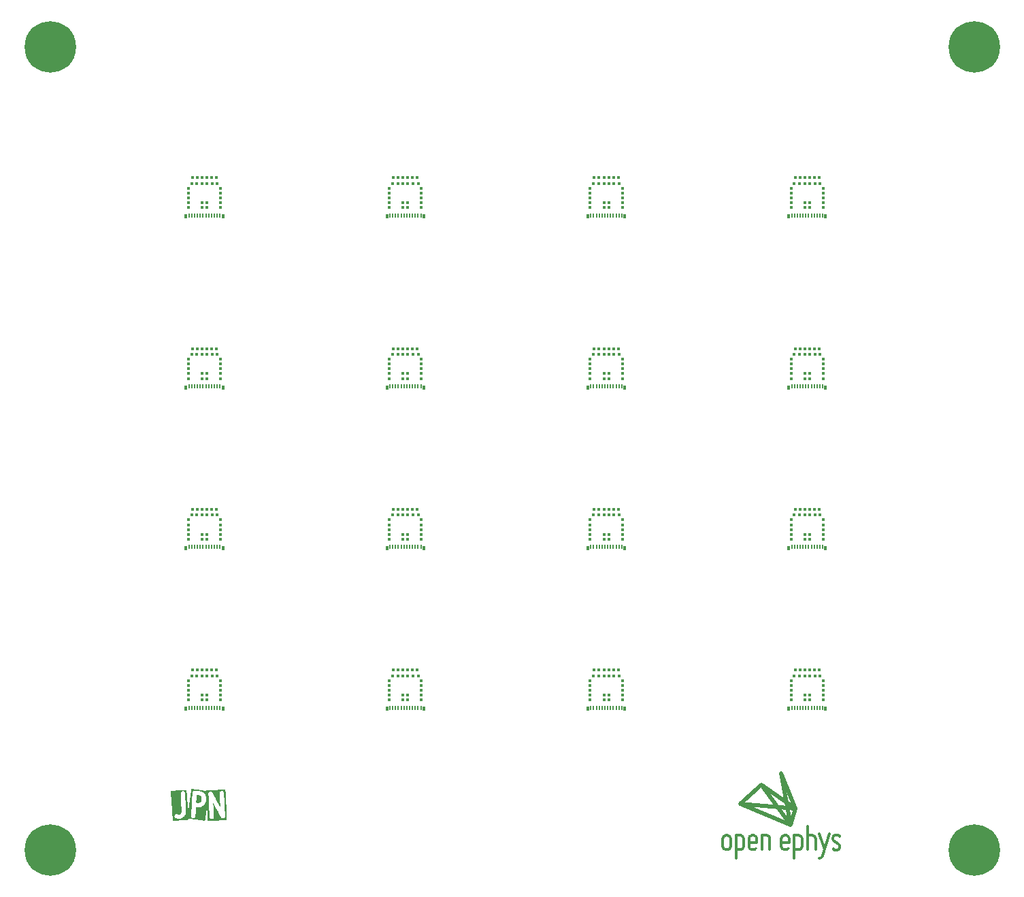
<source format=gbr>
%TF.GenerationSoftware,KiCad,Pcbnew,(6.0.0)*%
%TF.CreationDate,2022-03-28T07:48:23-07:00*%
%TF.ProjectId,pupdrive-eib24_panel,70757064-7269-4766-952d-65696232345f,A*%
%TF.SameCoordinates,Original*%
%TF.FileFunction,Soldermask,Top*%
%TF.FilePolarity,Negative*%
%FSLAX46Y46*%
G04 Gerber Fmt 4.6, Leading zero omitted, Abs format (unit mm)*
G04 Created by KiCad (PCBNEW (6.0.0)) date 2022-03-28 07:48:23*
%MOMM*%
%LPD*%
G01*
G04 APERTURE LIST*
G04 Aperture macros list*
%AMRoundRect*
0 Rectangle with rounded corners*
0 $1 Rounding radius*
0 $2 $3 $4 $5 $6 $7 $8 $9 X,Y pos of 4 corners*
0 Add a 4 corners polygon primitive as box body*
4,1,4,$2,$3,$4,$5,$6,$7,$8,$9,$2,$3,0*
0 Add four circle primitives for the rounded corners*
1,1,$1+$1,$2,$3*
1,1,$1+$1,$4,$5*
1,1,$1+$1,$6,$7*
1,1,$1+$1,$8,$9*
0 Add four rect primitives between the rounded corners*
20,1,$1+$1,$2,$3,$4,$5,0*
20,1,$1+$1,$4,$5,$6,$7,0*
20,1,$1+$1,$6,$7,$8,$9,0*
20,1,$1+$1,$8,$9,$2,$3,0*%
G04 Aperture macros list end*
%ADD10C,0.360000*%
%ADD11C,0.550000*%
%ADD12C,0.420000*%
%ADD13RoundRect,0.008000X0.072000X0.212000X-0.072000X0.212000X-0.072000X-0.212000X0.072000X-0.212000X0*%
%ADD14RoundRect,0.010500X0.094500X0.229500X-0.094500X0.229500X-0.094500X-0.229500X0.094500X-0.229500X0*%
%ADD15C,6.400000*%
G04 APERTURE END LIST*
D10*
%TO.C,*%
X167460000Y-139297500D02*
X167460000Y-139777500D01*
D11*
X161420000Y-134977500D02*
X164020000Y-132577500D01*
D10*
X164100000Y-138897500D02*
X164100000Y-140657500D01*
X167100000Y-138897500D02*
X166860000Y-138897500D01*
X173160000Y-140717500D02*
X173080000Y-140677500D01*
X161800000Y-140297500D02*
X161800000Y-139257500D01*
D11*
X167620000Y-137577500D02*
X168220000Y-135577500D01*
D10*
X160840000Y-138897500D02*
X160840000Y-140657500D01*
X162460000Y-139257500D02*
X162460000Y-140297500D01*
X170760000Y-140657500D02*
X170740000Y-139257500D01*
X160170000Y-140297500D02*
X160170000Y-139257500D01*
X172940000Y-140557500D02*
X172940000Y-140517500D01*
D11*
X167620000Y-137577500D02*
X161420000Y-134977500D01*
D10*
X162580000Y-139777500D02*
X163420000Y-139777500D01*
X173180000Y-140717500D02*
X173420000Y-140717500D01*
X166860000Y-140657500D02*
X167220000Y-140657500D01*
X168100000Y-140657500D02*
X168700000Y-140657500D01*
X164700000Y-138897500D02*
X164100000Y-138897500D01*
D11*
X167620000Y-137577500D02*
X166420000Y-131177500D01*
D10*
X173780000Y-140337500D02*
X173780000Y-140237500D01*
X173780000Y-140237500D02*
X173760000Y-140137500D01*
D11*
X168220000Y-135577500D02*
X164020000Y-132577500D01*
X161420000Y-134977500D02*
X168220000Y-135577500D01*
D10*
X172920000Y-139397500D02*
X173000000Y-139517500D01*
X163060000Y-138897500D02*
X162820000Y-138897500D01*
X171620000Y-141457500D02*
X171480000Y-141657500D01*
X161440000Y-138897500D02*
X160840000Y-138897500D01*
X160840000Y-140657500D02*
X161440000Y-140657500D01*
X170380000Y-138897500D02*
X169920000Y-138897500D01*
X172980000Y-140617500D02*
X172940000Y-140557500D01*
X160840000Y-140677500D02*
X160840000Y-141717500D01*
X169780000Y-140637500D02*
X169780000Y-137797500D01*
X173080000Y-140677500D02*
X172980000Y-140617500D01*
X171200000Y-138717500D02*
X171860000Y-140637500D01*
X173600000Y-138857500D02*
X173700000Y-138917500D01*
X173760000Y-140137500D02*
X173580000Y-139957500D01*
X173700000Y-138917500D02*
X173740000Y-138977500D01*
X168100000Y-138897500D02*
X168100000Y-140657500D01*
X162820000Y-140657500D02*
X163180000Y-140657500D01*
X159220000Y-139257500D02*
X159220000Y-140297500D01*
X173000000Y-139517500D02*
X173320000Y-139757500D01*
X168700000Y-138897500D02*
X168100000Y-138897500D01*
X171480000Y-141657500D02*
X171300000Y-141697500D01*
X172480000Y-138717500D02*
X171640000Y-141417500D01*
X159610000Y-138897500D02*
X159810000Y-138897500D01*
X171300000Y-141697500D02*
X171200000Y-141697500D01*
X165060000Y-140657500D02*
X165060000Y-139257500D01*
X168100000Y-140677500D02*
X168100000Y-141717500D01*
X173740000Y-138977500D02*
X173740000Y-139017500D01*
X166500000Y-139257500D02*
X166500000Y-140297500D01*
X163420000Y-139297500D02*
X163420000Y-139777500D01*
X172900000Y-139297500D02*
X172920000Y-139397500D01*
D11*
X166420000Y-131177500D02*
X168220000Y-135577500D01*
X164020000Y-132577500D02*
X167620000Y-137577500D01*
D10*
X173580000Y-139957500D02*
X173260000Y-139717500D01*
X173520000Y-138817500D02*
X173600000Y-138857500D01*
X159780000Y-140657500D02*
X159590000Y-140657500D01*
X169060000Y-140297500D02*
X169060000Y-139257500D01*
X166620000Y-139777500D02*
X167460000Y-139777500D01*
X173500000Y-138817500D02*
X173260000Y-138817500D01*
X172900000Y-139197500D02*
X172900000Y-139297500D01*
X161440000Y-140657500D02*
G75*
G03*
X161800000Y-140297500I-2J360002D01*
G01*
X160170000Y-139257500D02*
G75*
G03*
X159810000Y-138897500I-360002J-2D01*
G01*
X159220000Y-140297500D02*
G75*
G03*
X159580000Y-140657500I360002J2D01*
G01*
X166500000Y-140297500D02*
G75*
G03*
X166860000Y-140657500I360002J2D01*
G01*
X162460000Y-140297500D02*
G75*
G03*
X162820000Y-140657500I360002J2D01*
G01*
X167460000Y-139257500D02*
G75*
G03*
X167100000Y-138897500I-360002J-2D01*
G01*
X162820000Y-138897500D02*
G75*
G03*
X162460000Y-139257500I2J-360002D01*
G01*
X173260000Y-138817500D02*
G75*
G03*
X172900000Y-139177500I2J-360002D01*
G01*
X169060000Y-139257500D02*
G75*
G03*
X168700000Y-138897500I-360002J-2D01*
G01*
X161800000Y-139257500D02*
G75*
G03*
X161440000Y-138897500I-360002J-2D01*
G01*
X159810000Y-140657500D02*
G75*
G03*
X160170000Y-140297500I-2J360002D01*
G01*
X159580000Y-138897500D02*
G75*
G03*
X159220000Y-139257500I2J-360002D01*
G01*
X166860000Y-138897500D02*
G75*
G03*
X166500000Y-139257500I2J-360002D01*
G01*
X163420000Y-139257500D02*
G75*
G03*
X163060000Y-138897500I-360002J-2D01*
G01*
X168700000Y-140657500D02*
G75*
G03*
X169060000Y-140297500I-2J360002D01*
G01*
X173420000Y-140717500D02*
G75*
G03*
X173780000Y-140357500I-2J360002D01*
G01*
X167220000Y-140657500D02*
G75*
G03*
X167360000Y-140517500I0J140000D01*
G01*
X165060000Y-139257500D02*
G75*
G03*
X164700000Y-138897500I-360002J-2D01*
G01*
X170740000Y-139257500D02*
G75*
G03*
X170380000Y-138897500I-360002J-2D01*
G01*
X163180000Y-140657500D02*
G75*
G03*
X163320000Y-140517500I0J140000D01*
G01*
%TO.C,G\u002A\u002A\u002A*%
G36*
X90710990Y-136229949D02*
G01*
X90698361Y-136061353D01*
X90685193Y-135884582D01*
X90671619Y-135701444D01*
X90657769Y-135513745D01*
X90643777Y-135323291D01*
X90629774Y-135131889D01*
X90615894Y-134941344D01*
X90602266Y-134753464D01*
X90589025Y-134570054D01*
X90576302Y-134392922D01*
X90564230Y-134223873D01*
X90552939Y-134064715D01*
X90542563Y-133917252D01*
X90533234Y-133783293D01*
X90525083Y-133664642D01*
X90518244Y-133563107D01*
X90512847Y-133480494D01*
X90509026Y-133418610D01*
X90506912Y-133379260D01*
X90506637Y-133364251D01*
X90506678Y-133364168D01*
X90521461Y-133361267D01*
X90559906Y-133356919D01*
X90619521Y-133351298D01*
X90697815Y-133344574D01*
X90792295Y-133336920D01*
X90900468Y-133328509D01*
X91019843Y-133319511D01*
X91147928Y-133310100D01*
X91282230Y-133300448D01*
X91420257Y-133290726D01*
X91559517Y-133281106D01*
X91697517Y-133271762D01*
X91831766Y-133262864D01*
X91959772Y-133254585D01*
X92079042Y-133247097D01*
X92187083Y-133240573D01*
X92281405Y-133235183D01*
X92359514Y-133231101D01*
X92418919Y-133228499D01*
X92457127Y-133227548D01*
X92471646Y-133228420D01*
X92471685Y-133228468D01*
X92473794Y-133243228D01*
X92477648Y-133282485D01*
X92483111Y-133344482D01*
X92490044Y-133427464D01*
X92498309Y-133529673D01*
X92507768Y-133649353D01*
X92518284Y-133784748D01*
X92529719Y-133934101D01*
X92541935Y-134095655D01*
X92554794Y-134267654D01*
X92568158Y-134448342D01*
X92578703Y-134592242D01*
X92592332Y-134778082D01*
X92605537Y-134956356D01*
X92618180Y-135125330D01*
X92630127Y-135283271D01*
X92641243Y-135428446D01*
X92651391Y-135559123D01*
X92660437Y-135673567D01*
X92668245Y-135770047D01*
X92674679Y-135846829D01*
X92679605Y-135902180D01*
X92682886Y-135934368D01*
X92684220Y-135942280D01*
X92686901Y-135929518D01*
X92692883Y-135892348D01*
X92701928Y-135832447D01*
X92713800Y-135751488D01*
X92728260Y-135651146D01*
X92745071Y-135533097D01*
X92763996Y-135399016D01*
X92784798Y-135250578D01*
X92807240Y-135089458D01*
X92831084Y-134917330D01*
X92856093Y-134735870D01*
X92882029Y-134546753D01*
X92884957Y-134525344D01*
X92910959Y-134335399D01*
X92936003Y-134152865D01*
X92959856Y-133979422D01*
X92982283Y-133816752D01*
X93003052Y-133666535D01*
X93021928Y-133530452D01*
X93038679Y-133410183D01*
X93053069Y-133307410D01*
X93064867Y-133223812D01*
X93073838Y-133161072D01*
X93079748Y-133120868D01*
X93082364Y-133104883D01*
X93082440Y-133104676D01*
X93095762Y-133105792D01*
X93133055Y-133110227D01*
X93192216Y-133117702D01*
X93271141Y-133127939D01*
X93367728Y-133140660D01*
X93479872Y-133155586D01*
X93605470Y-133172440D01*
X93742419Y-133190944D01*
X93888616Y-133210819D01*
X93993837Y-133225195D01*
X94145816Y-133245956D01*
X94290469Y-133265634D01*
X94425634Y-133283938D01*
X94549147Y-133300581D01*
X94658844Y-133315272D01*
X94752563Y-133327724D01*
X94828140Y-133337646D01*
X94883411Y-133344750D01*
X94916214Y-133348746D01*
X94924534Y-133349542D01*
X94943643Y-133339118D01*
X94947565Y-133319517D01*
X94947565Y-133289397D01*
X96127888Y-133233789D01*
X96301769Y-133225710D01*
X96468111Y-133218204D01*
X96625038Y-133211341D01*
X96770677Y-133205194D01*
X96903152Y-133199834D01*
X97020588Y-133195333D01*
X97121112Y-133191764D01*
X97202847Y-133189197D01*
X97263920Y-133187705D01*
X97302455Y-133187360D01*
X97316578Y-133188233D01*
X97316580Y-133188235D01*
X97318009Y-133202083D01*
X97320553Y-133240407D01*
X97324126Y-133301415D01*
X97328642Y-133383319D01*
X97334016Y-133484329D01*
X97340162Y-133602654D01*
X97346995Y-133736505D01*
X97354430Y-133884092D01*
X97362381Y-134043626D01*
X97370763Y-134213315D01*
X97379489Y-134391371D01*
X97388476Y-134576004D01*
X97397637Y-134765424D01*
X97406887Y-134957841D01*
X97416140Y-135151464D01*
X97425311Y-135344505D01*
X97434315Y-135535174D01*
X97443066Y-135721680D01*
X97451478Y-135902233D01*
X97459467Y-136075045D01*
X97466946Y-136238325D01*
X97473831Y-136390283D01*
X97480036Y-136529129D01*
X97485475Y-136653074D01*
X97490063Y-136760327D01*
X97493714Y-136849099D01*
X97496344Y-136917601D01*
X97497866Y-136964041D01*
X97498196Y-136986631D01*
X97498005Y-136988581D01*
X97484798Y-136989558D01*
X97447574Y-136991651D01*
X97388610Y-136994750D01*
X97310181Y-136998747D01*
X97214564Y-137003533D01*
X97104035Y-137009000D01*
X96980870Y-137015038D01*
X96847345Y-137021539D01*
X96705736Y-137028395D01*
X96558320Y-137035497D01*
X96407372Y-137042735D01*
X96255168Y-137050002D01*
X96103985Y-137057188D01*
X95956099Y-137064186D01*
X95813786Y-137070885D01*
X95679322Y-137077179D01*
X95554983Y-137082957D01*
X95443045Y-137088111D01*
X95345784Y-137092533D01*
X95265478Y-137096113D01*
X95204400Y-137098744D01*
X95164829Y-137100316D01*
X95149387Y-137100734D01*
X95139875Y-137087941D01*
X95131704Y-137052265D01*
X95126309Y-137005000D01*
X95124351Y-136975253D01*
X95121326Y-136921731D01*
X95117360Y-136846957D01*
X95112577Y-136753450D01*
X95107104Y-136643730D01*
X95101064Y-136520318D01*
X95094585Y-136385734D01*
X95087792Y-136242500D01*
X95080809Y-136093134D01*
X95079050Y-136055168D01*
X95072187Y-135907826D01*
X95065599Y-135768422D01*
X95059394Y-135639149D01*
X95053682Y-135522204D01*
X95048574Y-135419782D01*
X95044180Y-135334077D01*
X95040610Y-135267285D01*
X95037972Y-135221601D01*
X95036379Y-135199220D01*
X95036080Y-135197289D01*
X95033781Y-135209405D01*
X95028244Y-135245544D01*
X95019757Y-135303647D01*
X95008610Y-135381652D01*
X94995092Y-135477500D01*
X94979493Y-135589130D01*
X94962102Y-135714482D01*
X94943208Y-135851496D01*
X94923102Y-135998111D01*
X94906295Y-136121247D01*
X94885325Y-136274458D01*
X94865211Y-136420003D01*
X94846254Y-136555785D01*
X94828755Y-136679709D01*
X94813016Y-136789677D01*
X94799341Y-136883593D01*
X94788029Y-136959363D01*
X94779383Y-137014888D01*
X94773706Y-137048075D01*
X94771521Y-137057115D01*
X94757441Y-137056733D01*
X94719321Y-137052996D01*
X94659194Y-137046159D01*
X94579092Y-137036482D01*
X94481046Y-137024221D01*
X94367090Y-137009635D01*
X94239256Y-136992980D01*
X94099575Y-136974515D01*
X93950080Y-136954496D01*
X93792804Y-136933182D01*
X93779437Y-136931360D01*
X93620975Y-136909794D01*
X93469670Y-136889308D01*
X93327609Y-136870178D01*
X93196881Y-136852680D01*
X93079575Y-136837091D01*
X92977779Y-136823686D01*
X92893582Y-136812742D01*
X92829072Y-136804536D01*
X92786337Y-136799344D01*
X92767467Y-136797441D01*
X92767142Y-136797438D01*
X92750869Y-136799647D01*
X92743394Y-136810140D01*
X92742797Y-136835341D01*
X92745826Y-136868873D01*
X92753169Y-136940025D01*
X92669201Y-136948275D01*
X92624712Y-136952291D01*
X92559839Y-136957647D01*
X92477104Y-136964166D01*
X92379031Y-136971670D01*
X92268139Y-136979980D01*
X92146952Y-136988921D01*
X92017992Y-136998313D01*
X91883780Y-137007980D01*
X91746838Y-137017743D01*
X91609689Y-137027426D01*
X91474854Y-137036850D01*
X91344856Y-137045838D01*
X91222215Y-137054212D01*
X91109455Y-137061795D01*
X91009098Y-137068409D01*
X90923664Y-137073876D01*
X90855677Y-137078019D01*
X90807658Y-137080660D01*
X90782129Y-137081622D01*
X90778593Y-137081426D01*
X90776761Y-137067684D01*
X90773201Y-137029511D01*
X90768045Y-136968712D01*
X90761425Y-136887095D01*
X90753473Y-136786465D01*
X90744322Y-136668629D01*
X90734103Y-136535394D01*
X90728239Y-136458206D01*
X90973546Y-136458206D01*
X90981012Y-136534820D01*
X91005774Y-136605534D01*
X91020651Y-136630384D01*
X91059876Y-136671320D01*
X91117642Y-136712683D01*
X91186571Y-136750317D01*
X91259286Y-136780067D01*
X91312680Y-136794875D01*
X91378698Y-136803937D01*
X91460598Y-136808296D01*
X91548691Y-136808059D01*
X91633289Y-136803332D01*
X91704703Y-136794220D01*
X91723212Y-136790390D01*
X91850988Y-136748965D01*
X91967643Y-136686479D01*
X92077062Y-136600701D01*
X92111451Y-136567701D01*
X92199835Y-136465939D01*
X93065333Y-136465939D01*
X93076087Y-136555197D01*
X93107879Y-136628911D01*
X93146663Y-136675276D01*
X93210330Y-136717625D01*
X93285147Y-136740111D01*
X93363782Y-136741613D01*
X93438906Y-136721011D01*
X93440673Y-136720204D01*
X93481388Y-136697129D01*
X93516266Y-136670411D01*
X93522299Y-136664380D01*
X93537832Y-136646593D01*
X93550969Y-136628249D01*
X93562048Y-136606914D01*
X93571405Y-136580155D01*
X93579377Y-136545538D01*
X93586301Y-136500628D01*
X93592513Y-136442991D01*
X93598351Y-136370195D01*
X93604150Y-136279804D01*
X93610248Y-136169385D01*
X93616982Y-136036503D01*
X93621272Y-135948993D01*
X93649752Y-135364480D01*
X93887389Y-135371942D01*
X93980360Y-135374358D01*
X94052338Y-135374845D01*
X94108594Y-135373176D01*
X94154403Y-135369121D01*
X94195036Y-135362452D01*
X94216786Y-135357658D01*
X94357530Y-135311156D01*
X94486993Y-135242186D01*
X94602822Y-135153042D01*
X94702664Y-135046018D01*
X94784166Y-134923406D01*
X94844975Y-134787501D01*
X94863768Y-134727045D01*
X94873951Y-134675795D01*
X94882974Y-134604607D01*
X94890526Y-134519850D01*
X94896297Y-134427894D01*
X94899977Y-134335109D01*
X94901253Y-134247863D01*
X94899816Y-134172527D01*
X94895354Y-134115469D01*
X94894038Y-134106607D01*
X94857124Y-133960610D01*
X94798107Y-133825982D01*
X94719082Y-133704776D01*
X94693548Y-133676927D01*
X95208810Y-133676927D01*
X95208887Y-133716537D01*
X95209753Y-133766304D01*
X95211450Y-133827641D01*
X95214019Y-133901960D01*
X95217501Y-133990674D01*
X95221939Y-134095194D01*
X95227374Y-134216932D01*
X95233846Y-134357301D01*
X95241398Y-134517713D01*
X95250071Y-134699581D01*
X95259906Y-134904315D01*
X95270945Y-135133330D01*
X95276003Y-135238187D01*
X95287343Y-135471764D01*
X95297629Y-135680282D01*
X95306936Y-135864978D01*
X95315339Y-136027088D01*
X95322911Y-136167849D01*
X95329728Y-136288500D01*
X95335863Y-136390277D01*
X95341392Y-136474418D01*
X95346388Y-136542159D01*
X95350928Y-136594738D01*
X95355083Y-136633392D01*
X95358930Y-136659358D01*
X95362425Y-136673561D01*
X95400259Y-136741552D01*
X95455231Y-136794829D01*
X95522069Y-136830753D01*
X95595500Y-136846689D01*
X95670255Y-136839998D01*
X95685886Y-136835385D01*
X95759598Y-136797873D01*
X95819323Y-136741552D01*
X95845465Y-136701543D01*
X95860000Y-136669550D01*
X95868433Y-136636496D01*
X95871995Y-136594246D01*
X95871920Y-136534668D01*
X95871771Y-136527927D01*
X95870594Y-136491112D01*
X95868296Y-136431598D01*
X95865020Y-136352502D01*
X95860911Y-136256940D01*
X95856115Y-136148028D01*
X95850775Y-136028883D01*
X95845037Y-135902620D01*
X95839045Y-135772357D01*
X95832944Y-135641209D01*
X95826879Y-135512293D01*
X95820994Y-135388725D01*
X95815435Y-135273621D01*
X95810346Y-135170097D01*
X95805871Y-135081270D01*
X95802156Y-135010257D01*
X95799345Y-134960172D01*
X95797959Y-134938777D01*
X95796633Y-134899570D01*
X95798905Y-134874787D01*
X95803121Y-134869761D01*
X95813353Y-134883463D01*
X95832784Y-134915462D01*
X95858448Y-134960712D01*
X95882333Y-135004663D01*
X95901195Y-135039704D01*
X95931343Y-135095322D01*
X95971410Y-135169011D01*
X96020032Y-135258268D01*
X96075841Y-135360587D01*
X96137472Y-135473463D01*
X96203559Y-135594392D01*
X96272736Y-135720870D01*
X96332697Y-135830415D01*
X96402507Y-135957910D01*
X96469689Y-136080611D01*
X96532976Y-136196206D01*
X96591104Y-136302383D01*
X96642807Y-136396831D01*
X96686820Y-136477238D01*
X96721877Y-136541293D01*
X96746713Y-136586684D01*
X96759391Y-136609870D01*
X96813594Y-136689445D01*
X96875651Y-136743939D01*
X96945746Y-136773448D01*
X97024059Y-136778071D01*
X97063445Y-136771744D01*
X97132248Y-136744507D01*
X97193397Y-136698413D01*
X97240029Y-136639659D01*
X97260541Y-136593731D01*
X97262910Y-136581740D01*
X97264608Y-136562424D01*
X97265586Y-136534418D01*
X97265794Y-136496360D01*
X97265182Y-136446886D01*
X97263701Y-136384632D01*
X97261300Y-136308236D01*
X97257931Y-136216334D01*
X97253543Y-136107562D01*
X97248086Y-135980558D01*
X97241512Y-135833957D01*
X97233770Y-135666396D01*
X97224811Y-135476513D01*
X97214584Y-135262943D01*
X97204174Y-135047675D01*
X97192965Y-134817083D01*
X97182907Y-134611309D01*
X97173905Y-134428878D01*
X97165865Y-134268317D01*
X97158691Y-134128151D01*
X97152289Y-134006907D01*
X97146563Y-133903110D01*
X97141419Y-133815287D01*
X97136761Y-133741963D01*
X97132495Y-133681664D01*
X97128525Y-133632917D01*
X97124757Y-133594247D01*
X97121096Y-133564179D01*
X97117446Y-133541241D01*
X97113712Y-133523959D01*
X97109801Y-133510857D01*
X97105616Y-133500462D01*
X97104294Y-133497654D01*
X97059522Y-133433482D01*
X96998553Y-133386267D01*
X96926906Y-133358098D01*
X96850104Y-133351063D01*
X96773666Y-133367249D01*
X96766778Y-133370006D01*
X96699608Y-133407911D01*
X96651642Y-133458840D01*
X96621366Y-133525479D01*
X96607270Y-133610513D01*
X96605803Y-133655964D01*
X96606435Y-133687969D01*
X96608238Y-133743184D01*
X96611072Y-133818534D01*
X96614795Y-133910941D01*
X96619267Y-134017327D01*
X96624347Y-134134616D01*
X96629896Y-134259731D01*
X96635771Y-134389593D01*
X96641834Y-134521126D01*
X96647943Y-134651253D01*
X96653957Y-134776897D01*
X96659736Y-134894980D01*
X96665140Y-135002425D01*
X96670027Y-135096155D01*
X96674258Y-135173092D01*
X96677692Y-135230161D01*
X96677786Y-135231606D01*
X96680924Y-135284990D01*
X96681361Y-135315928D01*
X96678514Y-135328208D01*
X96671798Y-135325621D01*
X96664605Y-135317150D01*
X96660774Y-135312190D01*
X96656764Y-135306644D01*
X96651780Y-135299065D01*
X96645027Y-135288007D01*
X96635710Y-135272022D01*
X96623036Y-135249663D01*
X96606208Y-135219483D01*
X96584433Y-135180034D01*
X96556915Y-135129869D01*
X96522860Y-135067541D01*
X96481473Y-134991602D01*
X96431960Y-134900606D01*
X96373525Y-134793106D01*
X96305374Y-134667653D01*
X96226712Y-134522801D01*
X96136745Y-134357102D01*
X96079214Y-134251140D01*
X96009884Y-134123842D01*
X95943453Y-134002631D01*
X95881110Y-133889629D01*
X95824049Y-133786961D01*
X95773460Y-133696750D01*
X95730533Y-133621120D01*
X95696462Y-133562195D01*
X95672436Y-133522099D01*
X95659647Y-133502954D01*
X95659351Y-133502615D01*
X95613600Y-133464276D01*
X95556770Y-133434067D01*
X95500079Y-133417434D01*
X95480570Y-133415803D01*
X95400601Y-133427752D01*
X95325969Y-133461872D01*
X95263299Y-133514254D01*
X95226889Y-133565451D01*
X95222602Y-133573498D01*
X95218814Y-133581818D01*
X95215566Y-133591822D01*
X95212901Y-133604923D01*
X95210858Y-133622532D01*
X95209481Y-133646063D01*
X95208810Y-133676927D01*
X94693548Y-133676927D01*
X94622142Y-133599047D01*
X94509380Y-133510847D01*
X94382891Y-133442232D01*
X94244769Y-133395255D01*
X94150694Y-133377422D01*
X94085217Y-133370102D01*
X94005610Y-133363383D01*
X93916312Y-133357422D01*
X93821766Y-133352376D01*
X93726413Y-133348402D01*
X93634693Y-133345657D01*
X93551049Y-133344299D01*
X93479921Y-133344484D01*
X93425751Y-133346370D01*
X93392979Y-133350114D01*
X93391218Y-133350551D01*
X93336048Y-133376062D01*
X93282972Y-133418620D01*
X93239660Y-133470609D01*
X93213784Y-133524413D01*
X93212953Y-133527532D01*
X93210863Y-133546258D01*
X93207653Y-133589196D01*
X93203428Y-133654265D01*
X93198294Y-133739383D01*
X93192355Y-133842469D01*
X93185715Y-133961443D01*
X93178478Y-134094222D01*
X93170750Y-134238726D01*
X93162635Y-134392875D01*
X93154237Y-134554586D01*
X93145661Y-134721778D01*
X93137012Y-134892371D01*
X93128393Y-135064283D01*
X93119911Y-135235433D01*
X93111668Y-135403740D01*
X93103771Y-135567123D01*
X93096322Y-135723501D01*
X93089428Y-135870793D01*
X93083192Y-136006917D01*
X93077719Y-136129793D01*
X93073113Y-136237338D01*
X93069479Y-136327473D01*
X93066922Y-136398116D01*
X93065546Y-136447186D01*
X93065333Y-136465939D01*
X92199835Y-136465939D01*
X92215499Y-136447904D01*
X92293911Y-136322737D01*
X92346910Y-136191745D01*
X92374717Y-136054471D01*
X92377590Y-136021706D01*
X92378253Y-135991446D01*
X92377903Y-135938028D01*
X92376625Y-135863762D01*
X92374503Y-135770956D01*
X92371621Y-135661919D01*
X92368065Y-135538959D01*
X92363919Y-135404386D01*
X92359266Y-135260508D01*
X92354193Y-135109634D01*
X92348782Y-134954073D01*
X92343119Y-134796133D01*
X92337289Y-134638124D01*
X92331375Y-134482354D01*
X92325462Y-134331131D01*
X92319635Y-134186765D01*
X92313978Y-134051564D01*
X92308576Y-133927838D01*
X92303512Y-133817894D01*
X92298873Y-133724042D01*
X92294742Y-133648590D01*
X92291203Y-133593848D01*
X92288342Y-133562123D01*
X92287350Y-133556171D01*
X92261676Y-133499648D01*
X92217744Y-133445405D01*
X92163000Y-133401397D01*
X92123929Y-133381579D01*
X92046236Y-133365065D01*
X91969201Y-133372445D01*
X91897964Y-133401679D01*
X91837665Y-133450724D01*
X91796192Y-133511748D01*
X91761934Y-133581769D01*
X91801794Y-134660029D01*
X91809858Y-134878238D01*
X91816979Y-135071715D01*
X91823181Y-135242032D01*
X91828486Y-135390763D01*
X91832918Y-135519478D01*
X91836499Y-135629750D01*
X91839253Y-135723151D01*
X91841202Y-135801253D01*
X91842370Y-135865629D01*
X91842779Y-135917849D01*
X91842453Y-135959487D01*
X91841415Y-135992114D01*
X91839688Y-136017303D01*
X91837294Y-136036625D01*
X91834257Y-136051653D01*
X91830600Y-136063959D01*
X91826346Y-136075114D01*
X91822651Y-136083972D01*
X91798938Y-136124820D01*
X91763565Y-136168817D01*
X91739295Y-136192802D01*
X91660923Y-136245565D01*
X91575199Y-136274235D01*
X91485888Y-136278325D01*
X91396750Y-136257350D01*
X91361604Y-136241637D01*
X91303482Y-136222049D01*
X91236331Y-136214694D01*
X91171167Y-136219864D01*
X91123604Y-136235319D01*
X91071216Y-136271515D01*
X91024443Y-136319643D01*
X90991487Y-136370739D01*
X90985006Y-136386831D01*
X90973546Y-136458206D01*
X90728239Y-136458206D01*
X90722948Y-136388565D01*
X90710990Y-136229949D01*
G37*
G36*
X93923956Y-133894323D02*
G01*
X94014197Y-133901435D01*
X94114324Y-133916034D01*
X94193416Y-133941428D01*
X94255394Y-133980052D01*
X94304182Y-134034343D01*
X94343247Y-134105706D01*
X94354236Y-134132266D01*
X94361704Y-134157199D01*
X94366035Y-134185752D01*
X94367612Y-134223172D01*
X94366819Y-134274706D01*
X94364039Y-134345602D01*
X94362799Y-134373087D01*
X94355571Y-134484205D01*
X94344170Y-134572861D01*
X94327061Y-134642782D01*
X94302711Y-134697692D01*
X94269587Y-134741319D01*
X94226154Y-134777388D01*
X94186500Y-134801391D01*
X94144929Y-134820495D01*
X94098996Y-134833523D01*
X94043893Y-134840980D01*
X93974814Y-134843371D01*
X93886952Y-134841200D01*
X93833277Y-134838495D01*
X93774012Y-134834624D01*
X93725225Y-134830438D01*
X93692425Y-134826474D01*
X93681183Y-134823627D01*
X93680886Y-134809826D01*
X93681795Y-134773126D01*
X93683755Y-134716916D01*
X93686614Y-134644582D01*
X93690219Y-134559514D01*
X93694416Y-134465097D01*
X93699052Y-134364721D01*
X93703975Y-134261773D01*
X93709032Y-134159640D01*
X93714068Y-134061711D01*
X93718932Y-133971373D01*
X93722664Y-133905674D01*
X93736191Y-133895869D01*
X93774801Y-133890701D01*
X93837666Y-133890182D01*
X93923956Y-133894323D01*
G37*
%TD*%
D12*
%TO.C,TP19*%
X143757107Y-79007107D03*
%TD*%
%TO.C,TP7*%
X170607107Y-98307107D03*
%TD*%
%TO.C,TP6*%
X121307107Y-79007107D03*
%TD*%
%TO.C,TP26*%
X117707107Y-102007107D03*
%TD*%
%TO.C,TP2*%
X121707107Y-100807107D03*
%TD*%
%TO.C,TP16*%
X119407107Y-101407107D03*
%TD*%
%TO.C,TP20*%
X117707107Y-80207107D03*
%TD*%
%TO.C,TP9*%
X95657107Y-79007107D03*
%TD*%
%TO.C,TP7*%
X170607107Y-118307107D03*
%TD*%
%TO.C,TP18*%
X92707107Y-58307107D03*
%TD*%
%TO.C,TP16*%
X94407107Y-81407107D03*
%TD*%
%TO.C,TP9*%
X170657107Y-99007107D03*
%TD*%
%TO.C,TP3*%
X146707107Y-120207107D03*
%TD*%
D13*
%TO.C,J1*%
X171632107Y-82997107D03*
X171282107Y-82997107D03*
X170932107Y-82997107D03*
X170582107Y-82997107D03*
X170232107Y-82997107D03*
X169882107Y-82997107D03*
X169532107Y-82997107D03*
X169182107Y-82997107D03*
X168832107Y-82997107D03*
X168482107Y-82997107D03*
X168132107Y-82997107D03*
X167782107Y-82997107D03*
D14*
X172007107Y-83142107D03*
X167407107Y-83142107D03*
%TD*%
D12*
%TO.C,TP15*%
X119407107Y-57707107D03*
%TD*%
%TO.C,TP7*%
X95607107Y-118307107D03*
%TD*%
%TO.C,TP26*%
X92707107Y-122007107D03*
%TD*%
%TO.C,TP19*%
X168757107Y-79007107D03*
%TD*%
%TO.C,TP15*%
X94407107Y-119007107D03*
%TD*%
%TO.C,TP1*%
X146707107Y-81407107D03*
%TD*%
%TO.C,TP8*%
X96707107Y-119607107D03*
%TD*%
%TO.C,TP9*%
X120657107Y-79007107D03*
%TD*%
%TO.C,TP24*%
X92707107Y-121407107D03*
%TD*%
%TO.C,TP2*%
X171707107Y-120807107D03*
%TD*%
%TO.C,TP4*%
X121707107Y-102007107D03*
%TD*%
%TO.C,TP20*%
X167707107Y-120207107D03*
%TD*%
%TO.C,TP22*%
X117707107Y-80807107D03*
%TD*%
%TO.C,TP4*%
X146707107Y-60707107D03*
%TD*%
%TO.C,TP3*%
X146707107Y-100207107D03*
%TD*%
%TO.C,TP4*%
X146707107Y-122007107D03*
%TD*%
%TO.C,TP18*%
X92707107Y-79607107D03*
%TD*%
%TO.C,TP26*%
X167707107Y-82007107D03*
%TD*%
%TO.C,TP9*%
X145657107Y-99007107D03*
%TD*%
%TO.C,TP2*%
X171707107Y-59507107D03*
%TD*%
%TO.C,TP14*%
X144407107Y-60707107D03*
%TD*%
%TO.C,TP1*%
X121707107Y-60107107D03*
%TD*%
%TO.C,TP13*%
X120007107Y-119007107D03*
%TD*%
D15*
%TO.C,REF\u002A\u002A*%
X75500000Y-140700000D03*
%TD*%
D12*
%TO.C,TP21*%
X143807107Y-57007107D03*
%TD*%
%TO.C,TP15*%
X94407107Y-99007107D03*
%TD*%
%TO.C,TP1*%
X171707107Y-60107107D03*
%TD*%
D15*
%TO.C,REF\u002A\u002A*%
X75500000Y-40700000D03*
%TD*%
D12*
%TO.C,TP12*%
X145007107Y-82007107D03*
%TD*%
%TO.C,TP5*%
X121207107Y-118307107D03*
%TD*%
%TO.C,TP18*%
X117707107Y-58307107D03*
%TD*%
%TO.C,TP10*%
X120007107Y-60107107D03*
%TD*%
%TO.C,TP7*%
X170607107Y-78307107D03*
%TD*%
%TO.C,TP22*%
X92707107Y-100807107D03*
%TD*%
%TO.C,TP19*%
X93757107Y-99007107D03*
%TD*%
%TO.C,TP8*%
X96707107Y-79607107D03*
%TD*%
%TO.C,TP5*%
X146207107Y-57007107D03*
%TD*%
%TO.C,TP19*%
X93757107Y-57707107D03*
%TD*%
%TO.C,TP12*%
X120007107Y-122007107D03*
%TD*%
%TO.C,TP21*%
X143807107Y-98307107D03*
%TD*%
%TO.C,TP1*%
X96707107Y-121407107D03*
%TD*%
%TO.C,TP16*%
X119407107Y-60107107D03*
%TD*%
%TO.C,TP10*%
X145007107Y-101407107D03*
%TD*%
%TO.C,TP1*%
X146707107Y-121407107D03*
%TD*%
%TO.C,TP15*%
X94407107Y-57707107D03*
%TD*%
%TO.C,TP1*%
X121707107Y-101407107D03*
%TD*%
%TO.C,TP9*%
X120657107Y-119007107D03*
%TD*%
%TO.C,TP5*%
X96207107Y-118307107D03*
%TD*%
%TO.C,TP15*%
X144407107Y-99007107D03*
%TD*%
%TO.C,TP5*%
X146207107Y-98307107D03*
%TD*%
%TO.C,TP13*%
X170007107Y-119007107D03*
%TD*%
D13*
%TO.C,J1*%
X121632107Y-61697107D03*
X121282107Y-61697107D03*
X120932107Y-61697107D03*
X120582107Y-61697107D03*
X120232107Y-61697107D03*
X119882107Y-61697107D03*
X119532107Y-61697107D03*
X119182107Y-61697107D03*
X118832107Y-61697107D03*
X118482107Y-61697107D03*
X118132107Y-61697107D03*
X117782107Y-61697107D03*
D14*
X122007107Y-61842107D03*
X117407107Y-61842107D03*
%TD*%
D12*
%TO.C,TP24*%
X167707107Y-101407107D03*
%TD*%
%TO.C,TP20*%
X167707107Y-80207107D03*
%TD*%
%TO.C,TP6*%
X171307107Y-79007107D03*
%TD*%
%TO.C,TP9*%
X170657107Y-57707107D03*
%TD*%
%TO.C,TP24*%
X142707107Y-101407107D03*
%TD*%
%TO.C,TP16*%
X169407107Y-81407107D03*
%TD*%
%TO.C,TP4*%
X171707107Y-122007107D03*
%TD*%
%TO.C,TP3*%
X171707107Y-120207107D03*
%TD*%
%TO.C,TP26*%
X167707107Y-122007107D03*
%TD*%
%TO.C,TP13*%
X95007107Y-119007107D03*
%TD*%
%TO.C,TP23*%
X143107107Y-99007107D03*
%TD*%
%TO.C,TP14*%
X119407107Y-122007107D03*
%TD*%
%TO.C,TP20*%
X92707107Y-58907107D03*
%TD*%
%TO.C,TP12*%
X95007107Y-122007107D03*
%TD*%
%TO.C,TP21*%
X168807107Y-98307107D03*
%TD*%
%TO.C,TP12*%
X95007107Y-60707107D03*
%TD*%
%TO.C,TP4*%
X171707107Y-102007107D03*
%TD*%
%TO.C,TP21*%
X118807107Y-98307107D03*
%TD*%
%TO.C,TP1*%
X96707107Y-60107107D03*
%TD*%
%TO.C,TP8*%
X146707107Y-58307107D03*
%TD*%
D13*
%TO.C,J1*%
X146632107Y-122997107D03*
X146282107Y-122997107D03*
X145932107Y-122997107D03*
X145582107Y-122997107D03*
X145232107Y-122997107D03*
X144882107Y-122997107D03*
X144532107Y-122997107D03*
X144182107Y-122997107D03*
X143832107Y-122997107D03*
X143482107Y-122997107D03*
X143132107Y-122997107D03*
X142782107Y-122997107D03*
D14*
X147007107Y-123142107D03*
X142407107Y-123142107D03*
%TD*%
D12*
%TO.C,TP19*%
X118757107Y-79007107D03*
%TD*%
%TO.C,TP13*%
X145007107Y-119007107D03*
%TD*%
D13*
%TO.C,J1*%
X146632107Y-102997107D03*
X146282107Y-102997107D03*
X145932107Y-102997107D03*
X145582107Y-102997107D03*
X145232107Y-102997107D03*
X144882107Y-102997107D03*
X144532107Y-102997107D03*
X144182107Y-102997107D03*
X143832107Y-102997107D03*
X143482107Y-102997107D03*
X143132107Y-102997107D03*
X142782107Y-102997107D03*
D14*
X147007107Y-103142107D03*
X142407107Y-103142107D03*
%TD*%
D12*
%TO.C,TP20*%
X92707107Y-80207107D03*
%TD*%
%TO.C,TP17*%
X144407107Y-98307107D03*
%TD*%
%TO.C,TP1*%
X146707107Y-60107107D03*
%TD*%
%TO.C,TP13*%
X145007107Y-79007107D03*
%TD*%
%TO.C,TP19*%
X143757107Y-99007107D03*
%TD*%
%TO.C,TP24*%
X167707107Y-121407107D03*
%TD*%
%TO.C,TP12*%
X120007107Y-82007107D03*
%TD*%
%TO.C,TP3*%
X171707107Y-80207107D03*
%TD*%
%TO.C,TP7*%
X120607107Y-78307107D03*
%TD*%
%TO.C,TP8*%
X121707107Y-79607107D03*
%TD*%
%TO.C,TP3*%
X96707107Y-120207107D03*
%TD*%
%TO.C,TP12*%
X120007107Y-102007107D03*
%TD*%
%TO.C,TP18*%
X142707107Y-99607107D03*
%TD*%
%TO.C,TP7*%
X145607107Y-118307107D03*
%TD*%
%TO.C,TP18*%
X117707107Y-119607107D03*
%TD*%
%TO.C,TP25*%
X168207107Y-57007107D03*
%TD*%
%TO.C,TP24*%
X117707107Y-81407107D03*
%TD*%
%TO.C,TP23*%
X143107107Y-57707107D03*
%TD*%
%TO.C,TP2*%
X96707107Y-80807107D03*
%TD*%
%TO.C,TP23*%
X93107107Y-57707107D03*
%TD*%
%TO.C,TP17*%
X144407107Y-118307107D03*
%TD*%
%TO.C,TP4*%
X96707107Y-82007107D03*
%TD*%
%TO.C,TP4*%
X171707107Y-82007107D03*
%TD*%
%TO.C,TP1*%
X121707107Y-121407107D03*
%TD*%
%TO.C,TP4*%
X96707107Y-102007107D03*
%TD*%
%TO.C,TP18*%
X167707107Y-58307107D03*
%TD*%
%TO.C,TP4*%
X171707107Y-60707107D03*
%TD*%
%TO.C,TP20*%
X92707107Y-100207107D03*
%TD*%
%TO.C,TP5*%
X96207107Y-98307107D03*
%TD*%
%TO.C,TP4*%
X96707107Y-122007107D03*
%TD*%
%TO.C,TP7*%
X120607107Y-98307107D03*
%TD*%
%TO.C,TP13*%
X95007107Y-79007107D03*
%TD*%
%TO.C,TP6*%
X96307107Y-79007107D03*
%TD*%
%TO.C,TP16*%
X169407107Y-121407107D03*
%TD*%
%TO.C,TP7*%
X120607107Y-57007107D03*
%TD*%
%TO.C,TP14*%
X169407107Y-82007107D03*
%TD*%
%TO.C,TP22*%
X92707107Y-80807107D03*
%TD*%
%TO.C,TP3*%
X121707107Y-120207107D03*
%TD*%
%TO.C,TP23*%
X168107107Y-119007107D03*
%TD*%
%TO.C,TP6*%
X121307107Y-119007107D03*
%TD*%
%TO.C,TP13*%
X145007107Y-99007107D03*
%TD*%
%TO.C,TP22*%
X92707107Y-59507107D03*
%TD*%
%TO.C,TP25*%
X118207107Y-78307107D03*
%TD*%
%TO.C,TP16*%
X169407107Y-101407107D03*
%TD*%
D13*
%TO.C,J1*%
X96632107Y-61697107D03*
X96282107Y-61697107D03*
X95932107Y-61697107D03*
X95582107Y-61697107D03*
X95232107Y-61697107D03*
X94882107Y-61697107D03*
X94532107Y-61697107D03*
X94182107Y-61697107D03*
X93832107Y-61697107D03*
X93482107Y-61697107D03*
X93132107Y-61697107D03*
X92782107Y-61697107D03*
D14*
X97007107Y-61842107D03*
X92407107Y-61842107D03*
%TD*%
D12*
%TO.C,TP8*%
X146707107Y-79607107D03*
%TD*%
%TO.C,TP17*%
X169407107Y-98307107D03*
%TD*%
%TO.C,TP17*%
X169407107Y-57007107D03*
%TD*%
%TO.C,TP4*%
X96707107Y-60707107D03*
%TD*%
%TO.C,TP17*%
X94407107Y-98307107D03*
%TD*%
%TO.C,TP11*%
X145007107Y-98307107D03*
%TD*%
%TO.C,TP5*%
X96207107Y-57007107D03*
%TD*%
%TO.C,TP14*%
X119407107Y-102007107D03*
%TD*%
D13*
%TO.C,J1*%
X96632107Y-82997107D03*
X96282107Y-82997107D03*
X95932107Y-82997107D03*
X95582107Y-82997107D03*
X95232107Y-82997107D03*
X94882107Y-82997107D03*
X94532107Y-82997107D03*
X94182107Y-82997107D03*
X93832107Y-82997107D03*
X93482107Y-82997107D03*
X93132107Y-82997107D03*
X92782107Y-82997107D03*
D14*
X97007107Y-83142107D03*
X92407107Y-83142107D03*
%TD*%
D12*
%TO.C,TP26*%
X142707107Y-102007107D03*
%TD*%
%TO.C,TP24*%
X117707107Y-60107107D03*
%TD*%
%TO.C,TP21*%
X168807107Y-78307107D03*
%TD*%
D13*
%TO.C,J1*%
X146632107Y-61697107D03*
X146282107Y-61697107D03*
X145932107Y-61697107D03*
X145582107Y-61697107D03*
X145232107Y-61697107D03*
X144882107Y-61697107D03*
X144532107Y-61697107D03*
X144182107Y-61697107D03*
X143832107Y-61697107D03*
X143482107Y-61697107D03*
X143132107Y-61697107D03*
X142782107Y-61697107D03*
D14*
X147007107Y-61842107D03*
X142407107Y-61842107D03*
%TD*%
D12*
%TO.C,TP19*%
X118757107Y-57707107D03*
%TD*%
%TO.C,TP6*%
X96307107Y-119007107D03*
%TD*%
%TO.C,TP21*%
X118807107Y-78307107D03*
%TD*%
%TO.C,TP17*%
X144407107Y-78307107D03*
%TD*%
%TO.C,TP18*%
X167707107Y-99607107D03*
%TD*%
%TO.C,TP8*%
X121707107Y-58307107D03*
%TD*%
%TO.C,TP8*%
X171707107Y-99607107D03*
%TD*%
D13*
%TO.C,J1*%
X121632107Y-102997107D03*
X121282107Y-102997107D03*
X120932107Y-102997107D03*
X120582107Y-102997107D03*
X120232107Y-102997107D03*
X119882107Y-102997107D03*
X119532107Y-102997107D03*
X119182107Y-102997107D03*
X118832107Y-102997107D03*
X118482107Y-102997107D03*
X118132107Y-102997107D03*
X117782107Y-102997107D03*
D14*
X122007107Y-103142107D03*
X117407107Y-103142107D03*
%TD*%
D12*
%TO.C,TP2*%
X146707107Y-59507107D03*
%TD*%
%TO.C,TP18*%
X142707107Y-58307107D03*
%TD*%
%TO.C,TP4*%
X146707107Y-102007107D03*
%TD*%
%TO.C,TP1*%
X171707107Y-101407107D03*
%TD*%
%TO.C,TP6*%
X121307107Y-57707107D03*
%TD*%
%TO.C,TP14*%
X94407107Y-60707107D03*
%TD*%
%TO.C,TP13*%
X120007107Y-79007107D03*
%TD*%
%TO.C,TP11*%
X120007107Y-78307107D03*
%TD*%
%TO.C,TP2*%
X146707107Y-120807107D03*
%TD*%
%TO.C,TP22*%
X167707107Y-100807107D03*
%TD*%
%TO.C,TP8*%
X171707107Y-79607107D03*
%TD*%
%TO.C,TP7*%
X145607107Y-78307107D03*
%TD*%
%TO.C,TP3*%
X121707107Y-58907107D03*
%TD*%
%TO.C,TP20*%
X142707107Y-100207107D03*
%TD*%
%TO.C,TP2*%
X146707107Y-100807107D03*
%TD*%
D13*
%TO.C,J1*%
X146632107Y-82997107D03*
X146282107Y-82997107D03*
X145932107Y-82997107D03*
X145582107Y-82997107D03*
X145232107Y-82997107D03*
X144882107Y-82997107D03*
X144532107Y-82997107D03*
X144182107Y-82997107D03*
X143832107Y-82997107D03*
X143482107Y-82997107D03*
X143132107Y-82997107D03*
X142782107Y-82997107D03*
D14*
X147007107Y-83142107D03*
X142407107Y-83142107D03*
%TD*%
D12*
%TO.C,TP2*%
X121707107Y-120807107D03*
%TD*%
%TO.C,TP4*%
X121707107Y-82007107D03*
%TD*%
%TO.C,TP8*%
X121707107Y-119607107D03*
%TD*%
%TO.C,TP24*%
X167707107Y-60107107D03*
%TD*%
%TO.C,TP11*%
X95007107Y-118307107D03*
%TD*%
%TO.C,TP2*%
X121707107Y-59507107D03*
%TD*%
%TO.C,TP10*%
X95007107Y-101407107D03*
%TD*%
%TO.C,TP15*%
X169407107Y-99007107D03*
%TD*%
%TO.C,TP9*%
X95657107Y-99007107D03*
%TD*%
%TO.C,TP9*%
X145657107Y-119007107D03*
%TD*%
%TO.C,TP10*%
X170007107Y-81407107D03*
%TD*%
%TO.C,TP13*%
X145007107Y-57707107D03*
%TD*%
%TO.C,TP14*%
X94407107Y-82007107D03*
%TD*%
%TO.C,TP6*%
X96307107Y-99007107D03*
%TD*%
%TO.C,TP16*%
X94407107Y-121407107D03*
%TD*%
%TO.C,TP1*%
X121707107Y-81407107D03*
%TD*%
%TO.C,TP3*%
X121707107Y-100207107D03*
%TD*%
%TO.C,TP8*%
X96707107Y-99607107D03*
%TD*%
%TO.C,TP21*%
X143807107Y-118307107D03*
%TD*%
%TO.C,TP3*%
X121707107Y-80207107D03*
%TD*%
%TO.C,TP9*%
X95657107Y-119007107D03*
%TD*%
%TO.C,TP7*%
X170607107Y-57007107D03*
%TD*%
%TO.C,TP11*%
X145007107Y-78307107D03*
%TD*%
%TO.C,TP21*%
X168807107Y-118307107D03*
%TD*%
%TO.C,TP24*%
X117707107Y-101407107D03*
%TD*%
%TO.C,TP11*%
X170007107Y-57007107D03*
%TD*%
%TO.C,TP22*%
X92707107Y-120807107D03*
%TD*%
%TO.C,TP22*%
X142707107Y-59507107D03*
%TD*%
%TO.C,TP12*%
X170007107Y-102007107D03*
%TD*%
%TO.C,TP16*%
X94407107Y-60107107D03*
%TD*%
%TO.C,TP3*%
X96707107Y-58907107D03*
%TD*%
%TO.C,TP14*%
X119407107Y-60707107D03*
%TD*%
%TO.C,TP11*%
X170007107Y-98307107D03*
%TD*%
%TO.C,TP8*%
X121707107Y-99607107D03*
%TD*%
%TO.C,TP2*%
X146707107Y-80807107D03*
%TD*%
%TO.C,TP18*%
X142707107Y-119607107D03*
%TD*%
%TO.C,TP20*%
X117707107Y-58907107D03*
%TD*%
D13*
%TO.C,J1*%
X121632107Y-82997107D03*
X121282107Y-82997107D03*
X120932107Y-82997107D03*
X120582107Y-82997107D03*
X120232107Y-82997107D03*
X119882107Y-82997107D03*
X119532107Y-82997107D03*
X119182107Y-82997107D03*
X118832107Y-82997107D03*
X118482107Y-82997107D03*
X118132107Y-82997107D03*
X117782107Y-82997107D03*
D14*
X122007107Y-83142107D03*
X117407107Y-83142107D03*
%TD*%
D12*
%TO.C,TP5*%
X121207107Y-57007107D03*
%TD*%
%TO.C,TP23*%
X93107107Y-119007107D03*
%TD*%
%TO.C,TP14*%
X169407107Y-60707107D03*
%TD*%
%TO.C,TP16*%
X169407107Y-60107107D03*
%TD*%
%TO.C,TP18*%
X117707107Y-99607107D03*
%TD*%
%TO.C,TP8*%
X171707107Y-58307107D03*
%TD*%
%TO.C,TP22*%
X142707107Y-100807107D03*
%TD*%
%TO.C,TP12*%
X170007107Y-60707107D03*
%TD*%
%TO.C,TP25*%
X168207107Y-118307107D03*
%TD*%
%TO.C,TP10*%
X120007107Y-101407107D03*
%TD*%
%TO.C,TP9*%
X145657107Y-57707107D03*
%TD*%
%TO.C,TP3*%
X171707107Y-58907107D03*
%TD*%
%TO.C,TP18*%
X92707107Y-119607107D03*
%TD*%
%TO.C,TP25*%
X118207107Y-98307107D03*
%TD*%
%TO.C,TP18*%
X92707107Y-99607107D03*
%TD*%
%TO.C,TP24*%
X142707107Y-81407107D03*
%TD*%
%TO.C,TP14*%
X144407107Y-82007107D03*
%TD*%
%TO.C,TP15*%
X169407107Y-57707107D03*
%TD*%
%TO.C,TP26*%
X92707107Y-60707107D03*
%TD*%
%TO.C,TP11*%
X145007107Y-118307107D03*
%TD*%
%TO.C,TP10*%
X145007107Y-121407107D03*
%TD*%
%TO.C,TP26*%
X167707107Y-102007107D03*
%TD*%
%TO.C,TP4*%
X121707107Y-60707107D03*
%TD*%
%TO.C,TP16*%
X119407107Y-121407107D03*
%TD*%
%TO.C,TP16*%
X144407107Y-121407107D03*
%TD*%
%TO.C,TP10*%
X95007107Y-60107107D03*
%TD*%
%TO.C,TP22*%
X117707107Y-100807107D03*
%TD*%
%TO.C,TP9*%
X95657107Y-57707107D03*
%TD*%
%TO.C,TP23*%
X118107107Y-57707107D03*
%TD*%
%TO.C,TP25*%
X143207107Y-57007107D03*
%TD*%
%TO.C,TP5*%
X121207107Y-78307107D03*
%TD*%
%TO.C,TP17*%
X119407107Y-98307107D03*
%TD*%
%TO.C,TP26*%
X117707107Y-60707107D03*
%TD*%
%TO.C,TP25*%
X118207107Y-57007107D03*
%TD*%
%TO.C,TP12*%
X145007107Y-60707107D03*
%TD*%
%TO.C,TP13*%
X170007107Y-57707107D03*
%TD*%
%TO.C,TP14*%
X169407107Y-122007107D03*
%TD*%
D13*
%TO.C,J1*%
X171632107Y-61697107D03*
X171282107Y-61697107D03*
X170932107Y-61697107D03*
X170582107Y-61697107D03*
X170232107Y-61697107D03*
X169882107Y-61697107D03*
X169532107Y-61697107D03*
X169182107Y-61697107D03*
X168832107Y-61697107D03*
X168482107Y-61697107D03*
X168132107Y-61697107D03*
X167782107Y-61697107D03*
D14*
X172007107Y-61842107D03*
X167407107Y-61842107D03*
%TD*%
D12*
%TO.C,TP23*%
X118107107Y-99007107D03*
%TD*%
%TO.C,TP6*%
X146307107Y-79007107D03*
%TD*%
%TO.C,TP26*%
X117707107Y-82007107D03*
%TD*%
%TO.C,TP14*%
X119407107Y-82007107D03*
%TD*%
%TO.C,TP16*%
X119407107Y-81407107D03*
%TD*%
%TO.C,TP1*%
X171707107Y-121407107D03*
%TD*%
%TO.C,TP17*%
X169407107Y-78307107D03*
%TD*%
%TO.C,TP1*%
X96707107Y-81407107D03*
%TD*%
%TO.C,TP23*%
X168107107Y-79007107D03*
%TD*%
%TO.C,TP19*%
X143757107Y-57707107D03*
%TD*%
%TO.C,TP10*%
X170007107Y-101407107D03*
%TD*%
%TO.C,TP13*%
X170007107Y-99007107D03*
%TD*%
%TO.C,TP5*%
X171207107Y-57007107D03*
%TD*%
%TO.C,TP19*%
X118757107Y-119007107D03*
%TD*%
%TO.C,TP22*%
X117707107Y-120807107D03*
%TD*%
%TO.C,TP10*%
X170007107Y-121407107D03*
%TD*%
%TO.C,TP21*%
X93807107Y-98307107D03*
%TD*%
%TO.C,TP22*%
X167707107Y-120807107D03*
%TD*%
%TO.C,TP13*%
X95007107Y-57707107D03*
%TD*%
%TO.C,TP11*%
X145007107Y-57007107D03*
%TD*%
%TO.C,TP12*%
X120007107Y-60707107D03*
%TD*%
%TO.C,TP7*%
X95607107Y-78307107D03*
%TD*%
%TO.C,TP26*%
X117707107Y-122007107D03*
%TD*%
%TO.C,TP5*%
X121207107Y-98307107D03*
%TD*%
%TO.C,TP23*%
X93107107Y-99007107D03*
%TD*%
%TO.C,TP6*%
X121307107Y-99007107D03*
%TD*%
%TO.C,TP7*%
X145607107Y-98307107D03*
%TD*%
%TO.C,TP23*%
X118107107Y-79007107D03*
%TD*%
%TO.C,TP15*%
X144407107Y-119007107D03*
%TD*%
%TO.C,TP17*%
X119407107Y-57007107D03*
%TD*%
%TO.C,TP17*%
X94407107Y-118307107D03*
%TD*%
%TO.C,TP21*%
X143807107Y-78307107D03*
%TD*%
%TO.C,TP1*%
X171707107Y-81407107D03*
%TD*%
%TO.C,TP17*%
X119407107Y-78307107D03*
%TD*%
%TO.C,TP8*%
X171707107Y-119607107D03*
%TD*%
%TO.C,TP24*%
X92707107Y-60107107D03*
%TD*%
%TO.C,TP13*%
X170007107Y-79007107D03*
%TD*%
%TO.C,TP10*%
X95007107Y-121407107D03*
%TD*%
%TO.C,TP5*%
X96207107Y-78307107D03*
%TD*%
%TO.C,TP21*%
X93807107Y-78307107D03*
%TD*%
%TO.C,TP9*%
X170657107Y-79007107D03*
%TD*%
%TO.C,TP15*%
X144407107Y-79007107D03*
%TD*%
%TO.C,TP21*%
X93807107Y-57007107D03*
%TD*%
%TO.C,TP12*%
X95007107Y-102007107D03*
%TD*%
D13*
%TO.C,J1*%
X171632107Y-102997107D03*
X171282107Y-102997107D03*
X170932107Y-102997107D03*
X170582107Y-102997107D03*
X170232107Y-102997107D03*
X169882107Y-102997107D03*
X169532107Y-102997107D03*
X169182107Y-102997107D03*
X168832107Y-102997107D03*
X168482107Y-102997107D03*
X168132107Y-102997107D03*
X167782107Y-102997107D03*
D14*
X172007107Y-103142107D03*
X167407107Y-103142107D03*
%TD*%
D12*
%TO.C,TP14*%
X94407107Y-122007107D03*
%TD*%
%TO.C,TP3*%
X96707107Y-100207107D03*
%TD*%
%TO.C,TP6*%
X146307107Y-119007107D03*
%TD*%
%TO.C,TP6*%
X96307107Y-57707107D03*
%TD*%
%TO.C,TP2*%
X96707107Y-59507107D03*
%TD*%
%TO.C,TP19*%
X168757107Y-99007107D03*
%TD*%
%TO.C,TP5*%
X171207107Y-118307107D03*
%TD*%
%TO.C,TP5*%
X171207107Y-98307107D03*
%TD*%
%TO.C,TP12*%
X145007107Y-122007107D03*
%TD*%
%TO.C,TP15*%
X169407107Y-119007107D03*
%TD*%
%TO.C,TP10*%
X120007107Y-121407107D03*
%TD*%
%TO.C,TP6*%
X146307107Y-57707107D03*
%TD*%
%TO.C,TP7*%
X145607107Y-57007107D03*
%TD*%
%TO.C,TP5*%
X171207107Y-78307107D03*
%TD*%
%TO.C,TP25*%
X93207107Y-118307107D03*
%TD*%
%TO.C,TP16*%
X144407107Y-101407107D03*
%TD*%
%TO.C,TP10*%
X145007107Y-81407107D03*
%TD*%
%TO.C,TP17*%
X169407107Y-118307107D03*
%TD*%
%TO.C,TP7*%
X95607107Y-98307107D03*
%TD*%
%TO.C,TP15*%
X169407107Y-79007107D03*
%TD*%
%TO.C,TP15*%
X144407107Y-57707107D03*
%TD*%
%TO.C,TP11*%
X170007107Y-118307107D03*
%TD*%
%TO.C,TP2*%
X171707107Y-80807107D03*
%TD*%
D13*
%TO.C,J1*%
X96632107Y-122997107D03*
X96282107Y-122997107D03*
X95932107Y-122997107D03*
X95582107Y-122997107D03*
X95232107Y-122997107D03*
X94882107Y-122997107D03*
X94532107Y-122997107D03*
X94182107Y-122997107D03*
X93832107Y-122997107D03*
X93482107Y-122997107D03*
X93132107Y-122997107D03*
X92782107Y-122997107D03*
D14*
X97007107Y-123142107D03*
X92407107Y-123142107D03*
%TD*%
D12*
%TO.C,TP3*%
X146707107Y-58907107D03*
%TD*%
%TO.C,TP26*%
X92707107Y-102007107D03*
%TD*%
%TO.C,TP25*%
X168207107Y-78307107D03*
%TD*%
%TO.C,TP8*%
X146707107Y-99607107D03*
%TD*%
%TO.C,TP12*%
X170007107Y-82007107D03*
%TD*%
%TO.C,TP11*%
X120007107Y-98307107D03*
%TD*%
D15*
%TO.C,REF\u002A\u002A*%
X190500000Y-40700000D03*
%TD*%
D12*
%TO.C,TP20*%
X142707107Y-58907107D03*
%TD*%
%TO.C,TP9*%
X170657107Y-119007107D03*
%TD*%
%TO.C,TP14*%
X144407107Y-102007107D03*
%TD*%
%TO.C,TP13*%
X120007107Y-57707107D03*
%TD*%
%TO.C,TP11*%
X95007107Y-57007107D03*
%TD*%
%TO.C,TP25*%
X93207107Y-78307107D03*
%TD*%
%TO.C,TP14*%
X169407107Y-102007107D03*
%TD*%
%TO.C,TP6*%
X146307107Y-99007107D03*
%TD*%
%TO.C,TP7*%
X95607107Y-57007107D03*
%TD*%
%TO.C,TP21*%
X118807107Y-118307107D03*
%TD*%
%TO.C,TP2*%
X171707107Y-100807107D03*
%TD*%
%TO.C,TP26*%
X142707107Y-82007107D03*
%TD*%
%TO.C,TP1*%
X146707107Y-101407107D03*
%TD*%
%TO.C,TP18*%
X117707107Y-79607107D03*
%TD*%
D13*
%TO.C,J1*%
X121632107Y-122997107D03*
X121282107Y-122997107D03*
X120932107Y-122997107D03*
X120582107Y-122997107D03*
X120232107Y-122997107D03*
X119882107Y-122997107D03*
X119532107Y-122997107D03*
X119182107Y-122997107D03*
X118832107Y-122997107D03*
X118482107Y-122997107D03*
X118132107Y-122997107D03*
X117782107Y-122997107D03*
D14*
X122007107Y-123142107D03*
X117407107Y-123142107D03*
%TD*%
D12*
%TO.C,TP25*%
X143207107Y-118307107D03*
%TD*%
%TO.C,TP23*%
X168107107Y-57707107D03*
%TD*%
%TO.C,TP18*%
X167707107Y-119607107D03*
%TD*%
D13*
%TO.C,J1*%
X171632107Y-122997107D03*
X171282107Y-122997107D03*
X170932107Y-122997107D03*
X170582107Y-122997107D03*
X170232107Y-122997107D03*
X169882107Y-122997107D03*
X169532107Y-122997107D03*
X169182107Y-122997107D03*
X168832107Y-122997107D03*
X168482107Y-122997107D03*
X168132107Y-122997107D03*
X167782107Y-122997107D03*
D14*
X172007107Y-123142107D03*
X167407107Y-123142107D03*
%TD*%
D12*
%TO.C,TP17*%
X94407107Y-78307107D03*
%TD*%
%TO.C,TP23*%
X143107107Y-119007107D03*
%TD*%
%TO.C,TP20*%
X142707107Y-120207107D03*
%TD*%
%TO.C,TP18*%
X167707107Y-79607107D03*
%TD*%
%TO.C,TP26*%
X92707107Y-82007107D03*
%TD*%
%TO.C,TP17*%
X94407107Y-57007107D03*
%TD*%
%TO.C,TP19*%
X168757107Y-119007107D03*
%TD*%
%TO.C,TP14*%
X144407107Y-122007107D03*
%TD*%
%TO.C,TP16*%
X94407107Y-101407107D03*
%TD*%
%TO.C,TP15*%
X119407107Y-79007107D03*
%TD*%
%TO.C,TP13*%
X95007107Y-99007107D03*
%TD*%
%TO.C,TP10*%
X170007107Y-60107107D03*
%TD*%
%TO.C,TP6*%
X171307107Y-99007107D03*
%TD*%
%TO.C,TP2*%
X96707107Y-100807107D03*
%TD*%
%TO.C,TP17*%
X144407107Y-57007107D03*
%TD*%
%TO.C,TP24*%
X92707107Y-101407107D03*
%TD*%
%TO.C,TP19*%
X168757107Y-57707107D03*
%TD*%
%TO.C,TP26*%
X142707107Y-122007107D03*
%TD*%
%TO.C,TP12*%
X95007107Y-82007107D03*
%TD*%
%TO.C,TP3*%
X96707107Y-80207107D03*
%TD*%
%TO.C,TP19*%
X93757107Y-119007107D03*
%TD*%
%TO.C,TP25*%
X168207107Y-98307107D03*
%TD*%
%TO.C,TP2*%
X96707107Y-120807107D03*
%TD*%
%TO.C,TP8*%
X96707107Y-58307107D03*
%TD*%
%TO.C,TP11*%
X120007107Y-118307107D03*
%TD*%
%TO.C,TP25*%
X143207107Y-98307107D03*
%TD*%
%TO.C,TP9*%
X120657107Y-57707107D03*
%TD*%
%TO.C,TP7*%
X120607107Y-118307107D03*
%TD*%
%TO.C,TP13*%
X120007107Y-99007107D03*
%TD*%
%TO.C,TP11*%
X120007107Y-57007107D03*
%TD*%
%TO.C,TP23*%
X118107107Y-119007107D03*
%TD*%
%TO.C,TP25*%
X118207107Y-118307107D03*
%TD*%
%TO.C,TP15*%
X119407107Y-119007107D03*
%TD*%
%TO.C,TP20*%
X92707107Y-120207107D03*
%TD*%
%TO.C,TP24*%
X142707107Y-60107107D03*
%TD*%
%TO.C,TP19*%
X118757107Y-99007107D03*
%TD*%
%TO.C,TP15*%
X119407107Y-99007107D03*
%TD*%
%TO.C,TP19*%
X93757107Y-79007107D03*
%TD*%
%TO.C,TP10*%
X145007107Y-60107107D03*
%TD*%
%TO.C,TP5*%
X146207107Y-78307107D03*
%TD*%
%TO.C,TP18*%
X142707107Y-79607107D03*
%TD*%
%TO.C,TP8*%
X146707107Y-119607107D03*
%TD*%
%TO.C,TP22*%
X142707107Y-120807107D03*
%TD*%
%TO.C,TP4*%
X146707107Y-82007107D03*
%TD*%
%TO.C,TP22*%
X167707107Y-59507107D03*
%TD*%
%TO.C,TP20*%
X167707107Y-58907107D03*
%TD*%
%TO.C,TP20*%
X167707107Y-100207107D03*
%TD*%
%TO.C,TP11*%
X170007107Y-78307107D03*
%TD*%
%TO.C,TP5*%
X146207107Y-118307107D03*
%TD*%
%TO.C,TP24*%
X142707107Y-121407107D03*
%TD*%
%TO.C,TP9*%
X145657107Y-79007107D03*
%TD*%
%TO.C,TP19*%
X143757107Y-119007107D03*
%TD*%
%TO.C,TP21*%
X118807107Y-57007107D03*
%TD*%
%TO.C,TP16*%
X144407107Y-81407107D03*
%TD*%
D13*
%TO.C,J1*%
X96632107Y-102997107D03*
X96282107Y-102997107D03*
X95932107Y-102997107D03*
X95582107Y-102997107D03*
X95232107Y-102997107D03*
X94882107Y-102997107D03*
X94532107Y-102997107D03*
X94182107Y-102997107D03*
X93832107Y-102997107D03*
X93482107Y-102997107D03*
X93132107Y-102997107D03*
X92782107Y-102997107D03*
D14*
X97007107Y-103142107D03*
X92407107Y-103142107D03*
%TD*%
D12*
%TO.C,TP23*%
X93107107Y-79007107D03*
%TD*%
%TO.C,TP12*%
X170007107Y-122007107D03*
%TD*%
%TO.C,TP10*%
X120007107Y-81407107D03*
%TD*%
%TO.C,TP12*%
X145007107Y-102007107D03*
%TD*%
%TO.C,TP11*%
X95007107Y-98307107D03*
%TD*%
%TO.C,TP24*%
X117707107Y-121407107D03*
%TD*%
%TO.C,TP6*%
X171307107Y-57707107D03*
%TD*%
%TO.C,TP25*%
X143207107Y-78307107D03*
%TD*%
%TO.C,TP22*%
X142707107Y-80807107D03*
%TD*%
%TO.C,TP21*%
X168807107Y-57007107D03*
%TD*%
%TO.C,TP20*%
X117707107Y-120207107D03*
%TD*%
%TO.C,TP15*%
X94407107Y-79007107D03*
%TD*%
%TO.C,TP16*%
X144407107Y-60107107D03*
%TD*%
%TO.C,TP23*%
X143107107Y-79007107D03*
%TD*%
%TO.C,TP22*%
X117707107Y-59507107D03*
%TD*%
%TO.C,TP14*%
X94407107Y-102007107D03*
%TD*%
%TO.C,TP10*%
X95007107Y-81407107D03*
%TD*%
%TO.C,TP23*%
X168107107Y-99007107D03*
%TD*%
%TO.C,TP25*%
X93207107Y-57007107D03*
%TD*%
%TO.C,TP1*%
X96707107Y-101407107D03*
%TD*%
%TO.C,TP26*%
X167707107Y-60707107D03*
%TD*%
%TO.C,TP21*%
X93807107Y-118307107D03*
%TD*%
%TO.C,TP2*%
X121707107Y-80807107D03*
%TD*%
%TO.C,TP25*%
X93207107Y-98307107D03*
%TD*%
%TO.C,TP3*%
X146707107Y-80207107D03*
%TD*%
%TO.C,TP6*%
X171307107Y-119007107D03*
%TD*%
%TO.C,TP20*%
X142707107Y-80207107D03*
%TD*%
%TO.C,TP24*%
X167707107Y-81407107D03*
%TD*%
%TO.C,TP22*%
X167707107Y-80807107D03*
%TD*%
%TO.C,TP3*%
X171707107Y-100207107D03*
%TD*%
%TO.C,TP9*%
X120657107Y-99007107D03*
%TD*%
D15*
%TO.C,REF\u002A\u002A*%
X190500000Y-140700000D03*
%TD*%
D12*
%TO.C,TP24*%
X92707107Y-81407107D03*
%TD*%
%TO.C,TP17*%
X119407107Y-118307107D03*
%TD*%
%TO.C,TP11*%
X95007107Y-78307107D03*
%TD*%
%TO.C,TP26*%
X142707107Y-60707107D03*
%TD*%
%TO.C,TP20*%
X117707107Y-100207107D03*
%TD*%
%TO.C,TP4*%
X121707107Y-122007107D03*
%TD*%
M02*

</source>
